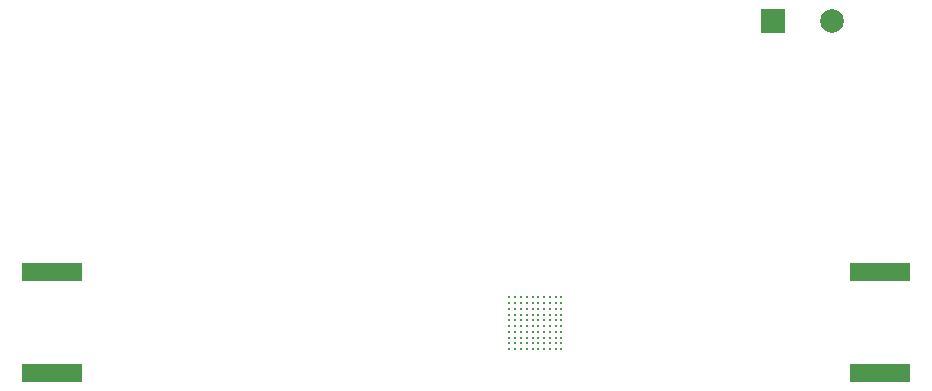
<source format=gbs>
G04 #@! TF.GenerationSoftware,KiCad,Pcbnew,(5.1.9)-1*
G04 #@! TF.CreationDate,2022-02-07T19:04:33+01:00*
G04 #@! TF.ProjectId,AmplificadorV2,416d706c-6966-4696-9361-646f7256322e,rev?*
G04 #@! TF.SameCoordinates,Original*
G04 #@! TF.FileFunction,Soldermask,Bot*
G04 #@! TF.FilePolarity,Negative*
%FSLAX46Y46*%
G04 Gerber Fmt 4.6, Leading zero omitted, Abs format (unit mm)*
G04 Created by KiCad (PCBNEW (5.1.9)-1) date 2022-02-07 19:04:33*
%MOMM*%
%LPD*%
G01*
G04 APERTURE LIST*
%ADD10R,5.080000X1.500000*%
%ADD11C,2.000000*%
%ADD12R,2.000000X2.000000*%
%ADD13C,0.245000*%
G04 APERTURE END LIST*
D10*
X57302400Y9355400D03*
X57302400Y855400D03*
X-12776200Y855400D03*
X-12776200Y9355400D03*
D11*
X53285400Y30632400D03*
D12*
X48285400Y30632400D03*
D13*
X30343400Y2849600D03*
X30343400Y3339600D03*
X30343400Y3829600D03*
X30343400Y4319600D03*
X30343400Y4809600D03*
X30343400Y5299600D03*
X30343400Y5789600D03*
X30343400Y6279600D03*
X30343400Y6769600D03*
X30343400Y7259600D03*
X29853400Y2849600D03*
X29853400Y3339600D03*
X29853400Y3829600D03*
X29853400Y4319600D03*
X29853400Y4809600D03*
X29853400Y5299600D03*
X29853400Y5789600D03*
X29853400Y6279600D03*
X29853400Y6769600D03*
X29853400Y7259600D03*
X29363400Y2849600D03*
X29363400Y3339600D03*
X29363400Y3829600D03*
X29363400Y4319600D03*
X29363400Y4809600D03*
X29363400Y5299600D03*
X29363400Y5789600D03*
X29363400Y6279600D03*
X29363400Y6769600D03*
X29363400Y7259600D03*
X28873400Y2849600D03*
X28873400Y3339600D03*
X28873400Y3829600D03*
X28873400Y4319600D03*
X28873400Y4809600D03*
X28873400Y5299600D03*
X28873400Y5789600D03*
X28873400Y6279600D03*
X28873400Y6769600D03*
X28873400Y7259600D03*
X28383400Y2849600D03*
X28383400Y3339600D03*
X28383400Y3829600D03*
X28383400Y4319600D03*
X28383400Y4809600D03*
X28383400Y5299600D03*
X28383400Y5789600D03*
X28383400Y6279600D03*
X28383400Y6769600D03*
X28383400Y7259600D03*
X27893400Y2849600D03*
X27893400Y3339600D03*
X27893400Y3829600D03*
X27893400Y4319600D03*
X27893400Y4809600D03*
X27893400Y5299600D03*
X27893400Y5789600D03*
X27893400Y6279600D03*
X27893400Y6769600D03*
X27893400Y7259600D03*
X27403400Y2849600D03*
X27403400Y3339600D03*
X27403400Y3829600D03*
X27403400Y4319600D03*
X27403400Y4809600D03*
X27403400Y5299600D03*
X27403400Y5789600D03*
X27403400Y6279600D03*
X27403400Y6769600D03*
X27403400Y7259600D03*
X26913400Y2849600D03*
X26913400Y3339600D03*
X26913400Y3829600D03*
X26913400Y4319600D03*
X26913400Y4809600D03*
X26913400Y5299600D03*
X26913400Y5789600D03*
X26913400Y6279600D03*
X26913400Y6769600D03*
X26913400Y7259600D03*
X26423400Y2849600D03*
X26423400Y3339600D03*
X26423400Y3829600D03*
X26423400Y4319600D03*
X26423400Y4809600D03*
X26423400Y5299600D03*
X26423400Y5789600D03*
X26423400Y6279600D03*
X26423400Y6769600D03*
X26423400Y7259600D03*
X25933400Y2849600D03*
X25933400Y3339600D03*
X25933400Y3829600D03*
X25933400Y4319600D03*
X25933400Y4809600D03*
X25933400Y5299600D03*
X25933400Y5789600D03*
X25933400Y6279600D03*
X25933400Y6769600D03*
X25933400Y7259600D03*
M02*

</source>
